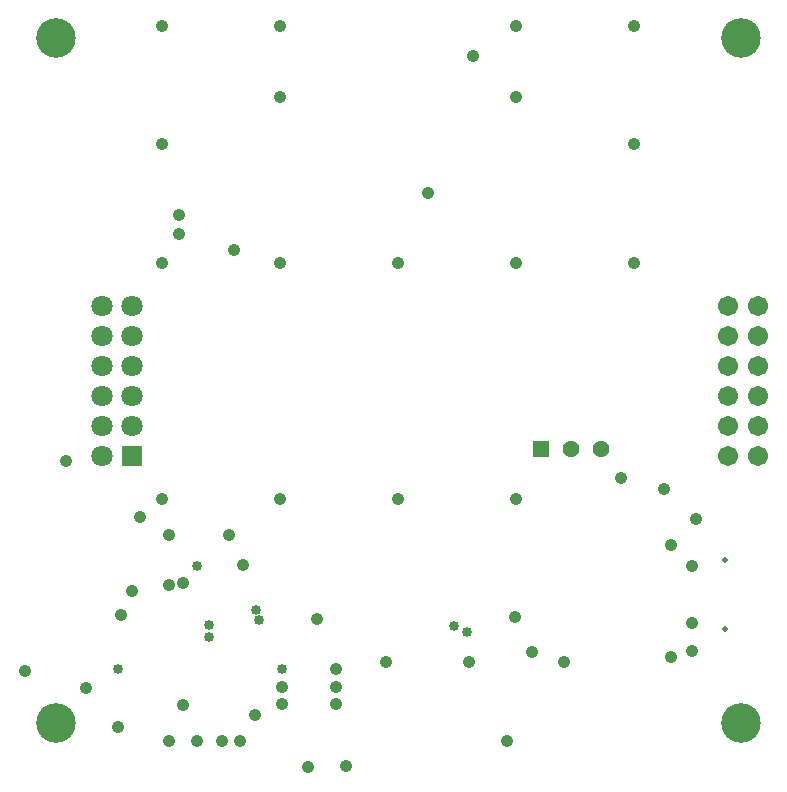
<source format=gbr>
G04 DesignSpark PCB PRO Gerber Version 10.0 Build 5299*
G04 #@! TF.Part,Single*
G04 #@! TF.FileFunction,Soldermask,Bot*
G04 #@! TF.FilePolarity,Negative*
%FSLAX35Y35*%
%MOIN*%
G04 #@! TA.AperFunction,ComponentPad*
%ADD134R,0.05620X0.05620*%
%ADD14R,0.07096X0.07096*%
%ADD133C,0.01880*%
G04 #@! TA.AperFunction,ViaPad*
%ADD132C,0.03356*%
%ADD10C,0.04143*%
G04 #@! TA.AperFunction,ComponentPad*
%ADD135C,0.05620*%
%ADD13C,0.06702*%
%ADD15C,0.07096*%
G04 #@! TA.AperFunction,WasherPad*
%ADD12C,0.13198*%
G04 #@! TD.AperFunction*
X0Y0D02*
D02*
D10*
X25447Y41339D03*
X39226Y111417D03*
X45919Y35827D03*
X56549Y22835D03*
X57337Y60236D03*
X61274Y68110D03*
X63636Y92913D03*
X71116Y98819D03*
Y177559D03*
Y216929D03*
Y256299D03*
X73478Y18110D03*
Y70079D03*
Y86614D03*
X76628Y187008D03*
Y193307D03*
X78203Y29921D03*
Y70866D03*
X82927Y18110D03*
X91195D03*
X93557Y86614D03*
X95132Y181890D03*
X97100Y18110D03*
X98281Y76772D03*
X102219Y26772D03*
X110486Y98819D03*
Y177559D03*
Y232677D03*
Y256299D03*
X111274Y30315D03*
Y36220D03*
X119935Y9449D03*
X122691Y58661D03*
X128990Y30315D03*
Y36220D03*
Y42126D03*
X132533Y9843D03*
X145919Y44488D03*
X149856Y98819D03*
Y177559D03*
X159699Y200787D03*
X173478Y44488D03*
X174659Y246457D03*
X186077Y18110D03*
X188833Y59449D03*
X189226Y98819D03*
Y177559D03*
Y232677D03*
Y256299D03*
X194344Y47638D03*
X204974Y44488D03*
X224266Y105906D03*
X228596Y177559D03*
Y216929D03*
Y256299D03*
X238439Y101969D03*
X240801Y46063D03*
Y83465D03*
X247888Y48031D03*
Y57480D03*
Y76378D03*
X249069Y92126D03*
D02*
D12*
X35683Y24016D03*
Y252362D03*
X264030Y24016D03*
Y252362D03*
D02*
D13*
X259935Y113189D03*
Y123189D03*
Y133189D03*
Y143189D03*
Y153189D03*
Y163189D03*
X269935Y113189D03*
Y123189D03*
Y133189D03*
Y143189D03*
Y153189D03*
Y163189D03*
D02*
D14*
X61274Y113189D03*
D02*
D15*
X51274D03*
Y123189D03*
Y133189D03*
Y143189D03*
Y153189D03*
Y163189D03*
X61274Y123189D03*
Y133189D03*
Y143189D03*
Y153189D03*
Y163189D03*
D02*
D132*
X56549Y42126D03*
X82927Y76378D03*
X86864Y52756D03*
Y56693D03*
X102612Y61811D03*
X103400Y58268D03*
X111274Y42126D03*
X168360Y56299D03*
X172691Y54331D03*
D02*
D133*
X258900Y55551D03*
Y78307D03*
D02*
D134*
X197494Y115354D03*
D02*
D135*
X207494D03*
X217494D03*
X0Y0D02*
M02*

</source>
